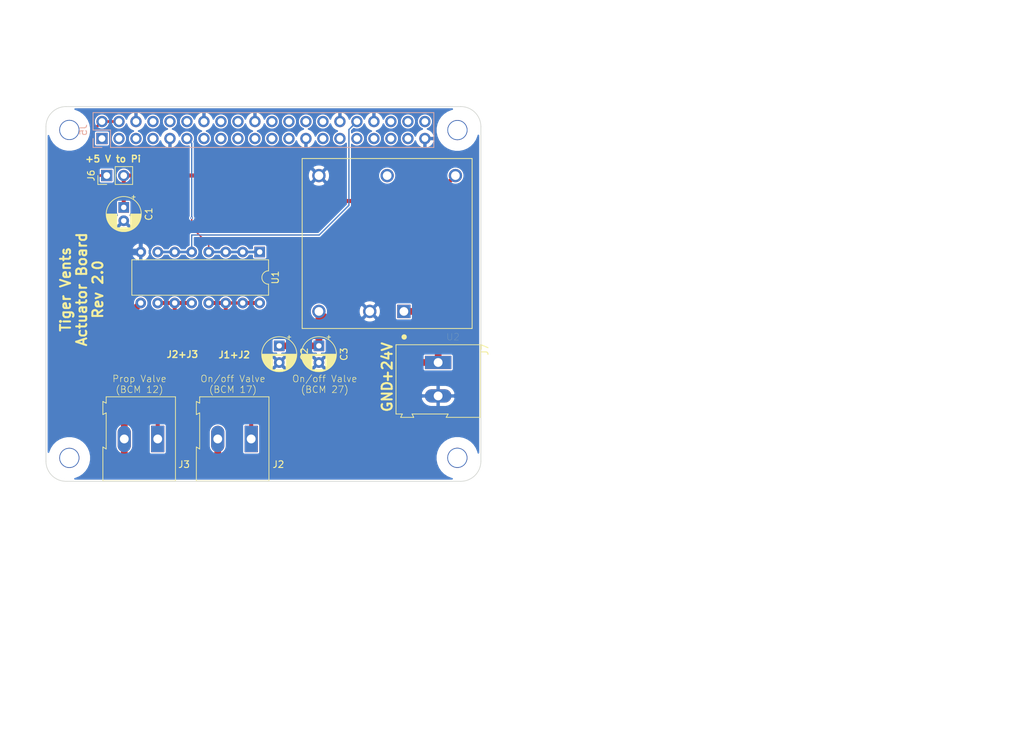
<source format=kicad_pcb>
(kicad_pcb (version 20211014) (generator pcbnew)
  (layers (0 "F.Cu" signal) (1 "In1.Cu" signal) (2 "In2.Cu" signal) (31 "B.Cu" signal) (34 "B.Paste" user) (35 "F.Paste" user) (36 "B.SilkS" user "B.Silkscreen") (37 "F.SilkS" user "F.Silkscreen") (38 "B.Mask" user) (39 "F.Mask" user) (44 "Edge.Cuts" user))
  (net 0 "")
  (net 1 "GND")
  (net 2 "+24V")
  (net 3 "+5V")
  (net 4 "BCM17")
  (net 5 "BCM27")
  (net 6 "BCM12")
  (net 7 "Net-(U2-Pad4)")
  (net 8 "Net-(J5-Pad3)")
  (net 9 "Net-(J5-Pad5)")
  (net 10 "Net-(J5-Pad7)")
  (net 11 "Net-(J5-Pad8)")
  (net 12 "Net-(J5-Pad10)")
  (net 13 "Net-(J5-Pad12)")
  (net 14 "Net-(J5-Pad18)")
  (net 15 "Net-(J5-Pad19)")
  (net 16 "Net-(J5-Pad21)")
  (net 17 "Net-(J5-Pad22)")
  (net 18 "Net-(J5-Pad23)")
  (net 19 "Net-(J5-Pad24)")
  (net 20 "Net-(J5-Pad26)")
  (net 21 "Net-(J5-Pad27)")
  (net 22 "Net-(J5-Pad28)")
  (net 23 "Net-(J5-Pad29)")
  (net 24 "Net-(J5-Pad31)")
  (net 25 "Net-(J5-Pad35)")
  (net 26 "Net-(J5-Pad36)")
  (net 27 "Net-(J5-Pad37)")
  (net 28 "Net-(J5-Pad38)")
  (net 29 "Net-(J5-Pad40)")
  (net 30 "Net-(J5-Pad15)")
  (net 31 "Net-(J5-Pad16)")
  (net 32 "Net-(J5-Pad33)")
  (net 33 "Net-(J5-Pad1)")
  (net 34 "Net-(J5-Pad17)")
  (net 35 "Net-(C1-Pad1)")
  (net 36 "Net-(J2-Pad1)")
  (net 37 "Net-(J3-Pad1)")
  (footprint "project_footprints:NPTH_3mm_ID" (layer "F.Cu") (at 82.04 64.31)
    (fp_text reference "H1" (at 0.06 0.09) (layer "F.SilkS"))
    (fp_text value "3mm_Mounting_Hole" hide)
    (pad "" np_thru_hole circle locked (at 0 0) (size 3 3) (drill 2.75) (layers *.Cu *.Mask) (clearance 1.6))
  )
  (footprint "project_footprints:NPTH_3mm_ID" (layer "F.Cu") (at 140.04 64.33)
    (fp_text reference "H2" (at 0.06 0.09) (layer "F.SilkS"))
    (fp_text value "3mm_Mounting_Hole" hide)
    (pad "" np_thru_hole circle locked (at 0 0) (size 3 3) (drill 2.75) (layers *.Cu *.Mask) (clearance 1.6))
  )
  (footprint "project_footprints:NPTH_3mm_ID" (layer "F.Cu") (at 82.04 113.32)
    (fp_text reference "H3" (at 0.06 0.09) (layer "F.SilkS"))
    (fp_text value "3mm_Mounting_Hole" hide)
    (pad "" np_thru_hole circle locked (at 0 0) (size 3 3) (drill 2.75) (layers *.Cu *.Mask) (clearance 1.6))
  )
  (footprint "project_footprints:NPTH_3mm_ID" (layer "F.Cu") (at 140.03 113.31)
    (fp_text reference "H4" (at 0.06 0.09) (layer "F.SilkS"))
    (fp_text value "3mm_Mounting_Hole" hide)
    (pad "" np_thru_hole circle locked (at 0 0) (size 3 3) (drill 2.75) (layers *.Cu *.Mask) (clearance 1.6))
  )
  (footprint "TerminalBlock:TerminalBlock_Altech_AK300-2_P5.00mm" (layer "F.Cu") (at 109.22 110.49 180)
    (fp_text reference "J2" (at -4.064 -3.81) (layer "F.SilkS"))
    (fp_text value "Screw_Terminal_01x02")
    (pad "1" thru_hole rect locked (at 0 0 180) (size 1.98 3.96) (drill 1.32) (layers *.Cu *.Mask) (net 36 "Net-(J2-Pad1)"))
    (pad "2" thru_hole oval locked (at 5 0 180) (size 1.98 3.96) (drill 1.32) (layers *.Cu *.Mask) (net 2 "+24V"))
  )
  (footprint "project_footprints:CONV_PDQ15-Q24-S5-D" (layer "F.Cu") (at 129.54 81.28 180)
    (fp_text reference "U2" (at -9.844575 -13.962665) (layer "F.SilkS") (effects (font (size 1.001992 1.001992) (thickness 0.015))))
    (fp_text value "PDQ15-Q24-S5-D")
    (pad "1" thru_hole rect locked (at -2.5 -10.15 180) (size 2 2) (drill 1.3) (layers *.Cu *.Mask) (net 2 "+24V"))
    (pad "2" thru_hole circle locked (at 2.6 -10.15 180) (size 2 2) (drill 1.3) (layers *.Cu *.Mask) (net 1 "GND"))
    (pad "3" thru_hole circle locked (at -10.2 10.15 180) (size 2 2) (drill 1.3) (layers *.Cu *.Mask) (net 35 "Net-(C1-Pad1)"))
    (pad "4" thru_hole circle locked (at 0 10.15 180) (size 2 2) (drill 1.3) (layers *.Cu *.Mask) (net 7 "Net-(U2-Pad4)"))
    (pad "5" thru_hole circle locked (at 10.2 10.15 180) (size 2 2) (drill 1.3) (layers *.Cu *.Mask) (net 1 "GND"))
    (pad "6" thru_hole circle locked (at 10.2 -10.15 180) (size 2 2) (drill 1.3) (layers *.Cu *.Mask) (net 2 "+24V"))
  )
  (footprint "TerminalBlock:TerminalBlock_Altech_AK300-2_P5.00mm" (layer "F.Cu") (at 95.25 110.49 180)
    (fp_text reference "J3" (at -3.937 -3.81) (layer "F.SilkS"))
    (fp_text value "Screw_Terminal_01x02")
    (pad "1" thru_hole rect locked (at 0 0 180) (size 1.98 3.96) (drill 1.32) (layers *.Cu *.Mask) (net 37 "Net-(J3-Pad1)"))
    (pad "2" thru_hole oval locked (at 5 0 180) (size 1.98 3.96) (drill 1.32) (layers *.Cu *.Mask) (net 2 "+24V"))
  )
  (footprint "Connector_PinHeader_2.54mm:PinHeader_1x02_P2.54mm_Vertical" (layer "F.Cu") (at 87.63 71.12 90)
    (fp_text reference "J6" (at 0 -2.33 90) (layer "F.SilkS"))
    (fp_text value "Conn_01x02")
    (pad "1" thru_hole rect locked (at 0 0 90) (size 1.7 1.7) (drill 1) (layers *.Cu *.Mask) (net 3 "+5V"))
    (pad "2" thru_hole oval locked (at 0 2.54 90) (size 1.7 1.7) (drill 1) (layers *.Cu *.Mask) (net 35 "Net-(C1-Pad1)"))
  )
  (footprint "TerminalBlock:TerminalBlock_Altech_AK300-2_P5.00mm" (layer "F.Cu") (at 137.16 99.06 -90)
    (fp_text reference "J7" (at -1.92 -6.99 90) (layer "F.SilkS"))
    (fp_text value "Screw_Terminal_01x02")
    (pad "1" thru_hole rect locked (at 0 0 270) (size 1.98 3.96) (drill 1.32) (layers *.Cu *.Mask) (net 2 "+24V"))
    (pad "2" thru_hole oval locked (at 5 0 270) (size 1.98 3.96) (drill 1.32) (layers *.Cu *.Mask) (net 1 "GND"))
  )
  (footprint "Package_DIP:DIP-16_W7.62mm" (layer "F.Cu") (at 110.49 82.55 -90)
    (fp_text reference "U1" (at 3.81 -2.33 90) (layer "F.SilkS"))
    (fp_text value "ULN2003A")
    (pad "1" thru_hole rect locked (at 0 0 270) (size 1.6 1.6) (drill 0.8) (layers *.Cu *.Mask) (net 4 "BCM17"))
    (pad "2" thru_hole oval locked (at 0 2.54 270) (size 1.6 1.6) (drill 0.8) (layers *.Cu *.Mask) (net 4 "BCM17"))
    (pad "3" thru_hole oval locked (at 0 5.08 270) (size 1.6 1.6) (drill 0.8) (layers *.Cu *.Mask) (net 4 "BCM17"))
    (pad "4" thru_hole oval locked (at 0 7.62 270) (size 1.6 1.6) (drill 0.8) (layers *.Cu *.Mask) (net 4 "BCM17"))
    (pad "5" thru_hole oval locked (at 0 10.16 270) (size 1.6 1.6) (drill 0.8) (layers *.Cu *.Mask) (net 6 "BCM12"))
    (pad "6" thru_hole oval locked (at 0 12.7 270) (size 1.6 1.6) (drill 0.8) (layers *.Cu *.Mask) (net 6 "BCM12"))
    (pad "7" thru_hole oval locked (at 0 15.24 270) (size 1.6 1.6) (drill 0.8) (layers *.Cu *.Mask) (net 6 "BCM12"))
    (pad "8" thru_hole oval locked (at 0 17.78 270) (size 1.6 1.6) (drill 0.8) (layers *.Cu *.Mask) (net 1 "GND"))
    (pad "9" thru_hole oval locked (at 7.62 17.78 270) (size 1.6 1.6) (drill 0.8) (layers *.Cu *.Mask) (net 2 "+24V"))
    (pad "10" thru_hole oval locked (at 7.62 15.24 270) (size 1.6 1.6) (drill 0.8) (layers *.Cu *.Mask) (net 37 "Net-(J3-Pad1)"))
    (pad "11" thru_hole oval locked (at 7.62 12.7 270) (size 1.6 1.6) (drill 0.8) (layers *.Cu *.Mask) (net 37 "Net-(J3-Pad1)"))
    (pad "12" thru_hole oval locked (at 7.62 10.16 270) (size 1.6 1.6) (drill 0.8) (layers *.Cu *.Mask) (net 37 "Net-(J3-Pad1)"))
    (pad "13" thru_hole oval locked (at 7.62 7.62 270) (size 1.6 1.6) (drill 0.8) (layers *.Cu *.Mask) (net 36 "Net-(J2-Pad1)"))
    (pad "14" thru_hole oval locked (at 7.62 5.08 270) (size 1.6 1.6) (drill 0.8) (layers *.Cu *.Mask) (net 36 "Net-(J2-Pad1)"))
    (pad "15" thru_hole oval locked (at 7.62 2.54 270) (size 1.6 1.6) (drill 0.8) (layers *.Cu *.Mask) (net 36 "Net-(J2-Pad1)"))
    (pad "16" thru_hole oval locked (at 7.62 0 270) (size 1.6 1.6) (drill 0.8) (layers *.Cu *.Mask) (net 36 "Net-(J2-Pad1)"))
  )
  (footprint "Capacitor_THT:CP_Radial_D5.0mm_P2.00mm" (layer "F.Cu") (at 90.17 75.8825 -90)
    (fp_text reference "C1" (at 1 -3.75 90) (layer "F.SilkS"))
    (fp_text value "CP1")
    (pad "1" thru_hole rect locked (at 0 0 270) (size 1.6 1.6) (drill 0.8) (layers *.Cu *.Mask) (net 35 "Net-(C1-Pad1)"))
    (pad "2" thru_hole circle locked (at 2 0 270) (size 1.6 1.6) (drill 0.8) (layers *.Cu *.Mask) (net 1 "GND"))
  )
  (footprint "Capacitor_THT:CP_Radial_D5.0mm_P2.50mm" (layer "F.Cu") (at 113.411 96.573276 -90)
    (fp_text reference "C2" (at 1.25 -3.75 90) (layer "F.SilkS"))
    (fp_text value "CP1")
    (pad "1" thru_hole rect locked (at 0 0 270) (size 1.6 1.6) (drill 0.8) (layers *.Cu *.Mask) (net 2 "+24V"))
    (pad "2" thru_hole circle locked (at 2.5 0 270) (size 1.6 1.6) (drill 0.8) (layers *.Cu *.Mask) (net 1 "GND"))
  )
  (footprint "Capacitor_THT:CP_Radial_D5.0mm_P2.50mm" (layer "F.Cu") (at 119.335499 96.573276 -90)
    (fp_text reference "C3" (at 1.25 -3.75 90) (layer "F.SilkS"))
    (fp_text value "CP1")
    (pad "1" thru_hole rect locked (at 0 0 270) (size 1.6 1.6) (drill 0.8) (layers *.Cu *.Mask) (net 2 "+24V"))
    (pad "2" thru_hole circle locked (at 2.5 0 270) (size 1.6 1.6) (drill 0.8) (layers *.Cu *.Mask) (net 1 "GND"))
  )
  (footprint "Connector_PinSocket_2.54mm:PinSocket_2x20_P2.54mm_Vertical" (layer "B.Cu") (at 86.92 65.59 -90)
    (fp_text reference "J5" (at -1.27 2.77 -90) (layer "B.SilkS") (effects (justify mirror)))
    (fp_text value "40HAT")
    (pad "1" thru_hole rect locked (at 0 0 270) (size 1.7 1.7) (drill 1) (layers *.Cu *.Mask) (net 33 "Net-(J5-Pad1)"))
    (pad "2" thru_hole oval locked (at -2.54 0 270) (size 1.7 1.7) (drill 1) (layers *.Cu *.Mask) (net 3 "+5V"))
    (pad "3" thru_hole oval locked (at 0 -2.54 270) (size 1.7 1.7) (drill 1) (layers *.Cu *.Mask) (net 8 "Net-(J5-Pad3)"))
    (pad "4" thru_hole oval locked (at -2.54 -2.54 270) (size 1.7 1.7) (drill 1) (layers *.Cu *.Mask) (net 3 "+5V"))
    (pad "5" thru_hole oval locked (at 0 -5.08 270) (size 1.7 1.7) (drill 1) (layers *.Cu *.Mask) (net 9 "Net-(J5-Pad5)"))
    (pad "6" thru_hole oval locked (at -2.54 -5.08 270) (size 1.7 1.7) (drill 1) (layers *.Cu *.Mask) (net 1 "GND"))
    (pad "7" thru_hole oval locked (at 0 -7.62 270) (size 1.7 1.7) (drill 1) (layers *.Cu *.Mask) (net 10 "Net-(J5-Pad7)"))
    (pad "8" thru_hole oval locked (at -2.54 -7.62 270) (size 1.7 1.7) (drill 1) (layers *.Cu *.Mask) (net 11 "Net-(J5-Pad8)"))
    (pad "9" thru_hole oval locked (at 0 -10.16 270) (size 1.7 1.7) (drill 1) (layers *.Cu *.Mask) (net 1 "GND"))
    (pad "10" thru_hole oval locked (at -2.54 -10.16 270) (size 1.7 1.7) (drill 1) (layers *.Cu *.Mask) (net 12 "Net-(J5-Pad10)"))
    (pad "11" thru_hole oval locked (at 0 -12.7 270) (size 1.7 1.7) (drill 1) (layers *.Cu *.Mask) (net 4 "BCM17"))
    (pad "12" thru_hole oval locked (at -2.54 -12.7 270) (size 1.7 1.7) (drill 1) (layers *.Cu *.Mask) (net 13 "Net-(J5-Pad12)"))
    (pad "13" thru_hole oval locked (at 0 -15.24 270) (size 1.7 1.7) (drill 1) (layers *.Cu *.Mask) (net 5 "BCM27"))
    (pad "14" thru_hole oval locked (at -2.54 -15.24 270) (size 1.7 1.7) (drill 1) (layers *.Cu *.Mask) (net 1 "GND"))
    (pad "15" thru_hole oval locked (at 0 -17.78 270) (size 1.7 1.7) (drill 1) (layers *.Cu *.Mask) (net 30 "Net-(J5-Pad15)"))
    (pad "16" thru_hole oval locked (at -2.54 -17.78 270) (size 1.7 1.7) (drill 1) (layers *.Cu *.Mask) (net 31 "Net-(J5-Pad16)"))
    (pad "17" thru_hole oval locked (at 0 -20.32 270) (size 1.7 1.7) (drill 1) (layers *.Cu *.Mask) (net 34 "Net-(J5-Pad17)"))
    (pad "18" thru_hole oval locked (at -2.54 -20.32 270) (size 1.7 1.7) (drill 1) (layers *.Cu *.Mask) (net 14 "Net-(J5-Pad18)"))
    (pad "19" thru_hole oval locked (at 0 -22.86 270) (size 1.7 1.7) (drill 1) (layers *.Cu *.Mask) (net 15 "Net-(J5-Pad19)"))
    (pad "20" thru_hole oval locked (at -2.54 -22.86 270) (size 1.7 1.7) (drill 1) (layers *.Cu *.Mask) (net 1 "GND"))
    (pad "21" thru_hole oval locked (at 0 -25.4 270) (size 1.7 1.7) (drill 1) (layers *.Cu *.Mask) (net 16 "Net-(J5-Pad21)"))
    (pad "22" thru_hole oval locked (at -2.54 -25.4 270) (size 1.7 1.7) (drill 1) (layers *.Cu *.Mask) (net 17 "Net-(J5-Pad22)"))
    (pad "23" thru_hole oval locked (at 0 -27.94 270) (size 1.7 1.7) (drill 1) (layers *.Cu *.Mask) (net 18 "Net-(J5-Pad23)"))
    (pad "24" thru_hole oval locked (at -2.54 -27.94 270) (size 1.7 1.7) (drill 1) (layers *.Cu *.Mask) (net 19 "Net-(J5-Pad24)"))
    (pad "25" thru_hole oval locked (at 0 -30.48 270) (size 1.7 1.7) (drill 1) (layers *.Cu *.Mask) (net 1 "GND"))
    (pad "26" thru_hole oval locked (at -2.54 -30.48 270) (size 1.7 1.7) (drill 1) (layers *.Cu *.Mask) (net 20 "Net-(J5-Pad26)"))
    (pad "27" thru_hole oval locked (at 0 -33.02 270) (size 1.7 1.7) (drill 1) (layers *.Cu *.Mask) (net 21 "Net-(J5-Pad27)"))
    (pad "28" thru_hole oval locked (at -2.54 -33.02 270) (size 1.7 1.7) (drill 1) (layers *.Cu *.Mask) (net 22 "Net-(J5-Pad28)"))
    (pad "29" thru_hole oval locked (at 0 -35.56 270) (size 1.7 1.7) (drill 1) (layers *.Cu *.Mask) (net 23 "Net-(J5-Pad29)"))
    (pad "30" thru_hole oval locked (at -2.54 -35.56 270) (size 1.7 1.7) (drill 1) (layers *.Cu *.Mask) (net 1 "GND"))
    (pad "31" thru_hole oval locked (at 0 -38.1 270) (size 1.7 1.7) (drill 1) (layers *.Cu *.Mask) (net 24 "Net-(J5-Pad31)"))
    (pad "32" thru_hole oval locked (at -2.54 -38.1 270) (size 1.7 1.7) (drill 1) (layers *.Cu *.Mask) (net 6 "BCM12"))
    (pad "33" thru_hole oval locked (at 0 -40.64 270) (size 1.7 1.7) (drill 1) (layers *.Cu *.Mask) (net 32 "Net-(J5-Pad33)"))
    (pad "34" thru_hole oval locked (at -2.54 -40.64 270) (size 1.7 1.7) (drill 1) (layers *.Cu *.Mask) (net 1 "GND"))
    (pad "35" thru_hole oval locked (at 0 -43.18 270) (size 1.7 1.7) (drill 1) (layers *.Cu *.Mask) (net 25 "Net-(J5-Pad35)"))
    (pad "36" thru_hole oval locked (at -2.54 -43.18 270) (size 1.7 1.7) (drill 1) (layers *.Cu *.Mask) (net 26 "Net-(J5-Pad36)"))
    (pad "37" thru_hole oval locked (at 0 -45.72 270) (size 1.7 1.7) (drill 1) (layers *.Cu *.Mask) (net 27 "Net-(J5-Pad37)"))
    (pad "38" thru_hole oval locked (at -2.54 -45.72 270) (size 1.7 1.7) (drill 1) (layers *.Cu *.Mask) (net 28 "Net-(J5-Pad38)"))
    (pad "39" thru_hole oval locked (at 0 -48.26 270) (size 1.7 1.7) (drill 1) (layers *.Cu *.Mask) (net 1 "GND"))
    (pad "40" thru_hole oval locked (at -2.54 -48.26 270) (size 1.7 1.7) (drill 1) (layers *.Cu *.Mask) (net 29 "Net-(J5-Pad40)"))
  )
  (gr_arc (start 140.546356 60.817611) (mid 142.667676 61.696291) (end 143.546356 63.817611) (layer "Edge.Cuts") (width 0.1))
  (gr_arc (start 78.546356 63.817611) (mid 79.425036 61.696291) (end 81.546356 60.817611) (layer "Edge.Cuts") (width 0.1))
  (gr_line (start 78.546356 63.817611) (end 78.546356 113.817611) (layer "Edge.Cuts") (width 0.1))
  (gr_arc (start 81.546356 116.817611) (mid 79.425036 115.938931) (end 78.546356 113.817611) (layer "Edge.Cuts") (width 0.1))
  (gr_line (start 81.546356 116.817611) (end 140.546356 116.817611) (layer "Edge.Cuts") (width 0.1))
  (gr_line (start 140.546356 60.817611) (end 81.546356 60.817611) (layer "Edge.Cuts") (width 0.1))
  (gr_arc (start 143.546351 113.822847) (mid 142.665824 115.940781) (end 140.546356 116.817611) (layer "Edge.Cuts") (width 0.1))
  (gr_line (start 143.546356 113.817611) (end 143.546356 63.817611) (layer "Edge.Cuts") (width 0.1))
  (gr_text "+24V" (at 129.54 99.06 90) (layer "F.SilkS") (effects (font (size 1.5 1.5) (thickness 0.3))))
  (gr_text "On/off Valve\n(BCM 17)" (at 106.4895 102.2985) (layer "F.SilkS") (effects (font (size 1 1) (thickness 0.09))))
  (gr_text "On/off Valve\n(BCM 27)" (at 120.2055 102.2985) (layer "F.SilkS") (effects (font (size 1 1) (thickness 0.09))))
  (gr_text "J2+J3" (at 98.933 97.8535) (layer "F.SilkS") (effects (font (size 1 1) (thickness 0.2))))
  (gr_text "J1+J2" (at 106.68 97.917) (layer "F.SilkS") (effects (font (size 1 1) (thickness 0.2))))
  (gr_text "GND" (at 129.54 104.14 90) (layer "F.SilkS") (effects (font (size 1.5 1.5) (thickness 0.3))))
  (gr_text "+5 V to Pi" (at 88.5825 68.6435) (layer "F.SilkS") (effects (font (size 1 1) (thickness 0.2))))
  (gr_text "Prop Valve\n(BCM 12)" (at 92.5195 102.2985) (layer "F.SilkS") (effects (font (size 1 1) (thickness 0.09))))
  (gr_text "Tiger Vents\nActuator Board\nRev 2.0" (at 83.8835 88.138 90) (layer "F.SilkS") (effects (font (size 1.5 1.5) (thickness 0.3))))
  (segment (start 92.71 80.7085) (end 92.71 82.55) (width 0.6) (layer "B.Cu") (net 1))
  (segment (start 90.6145 82.55) (end 90.424 82.55) (width 0.6) (layer "B.Cu") (net 1))
  (segment (start 92.71 82.55) (end 90.424 82.55) (width 1) (layer "B.Cu") (net 1))
  (segment (start 91.57863 82.55) (end 92.71 82.55) (width 0.5) (layer "B.Cu") (net 1))
  (segment (start 112.39 114.3) (end 91.48 114.3) (width 1) (layer "F.Cu") (net 2))
  (segment (start 91.08 114.3) (end 91.48 114.3) (width 1) (layer "F.Cu") (net 2))
  (segment (start 119.335499 96.573276) (end 119.335499 91.434501) (width 1) (layer "F.Cu") (net 2))
  (segment (start 112.79 114.3) (end 105.45 114.3) (width 0.6) (layer "F.Cu") (net 2))
  (segment (start 113.411 96.573276) (end 119.335499 96.573276) (width 1) (layer "F.Cu") (net 2))
  (segment (start 137.16 99.06) (end 126.64 99.06) (width 1) (layer "F.Cu") (net 2))
  (segment (start 104.14 114.3) (end 104.22 114.22) (width 1) (layer "F.Cu") (net 2))
  (segment (start 126.64 99.06) (end 126.64 98.73) (width 1) (layer "F.Cu") (net 2))
  (segment (start 126.64 99.06) (end 126.64 100.05) (width 1) (layer "F.Cu") (net 2))
  (segment (start 104.14 114.3) (end 105.45 114.3) (width 0.6) (layer "F.Cu") (net 2))
  (segment (start 137.16 99.06) (end 137.16 94.55) (width 1) (layer "F.Cu") (net 2))
  (segment (start 104.22 114.22) (end 104.22 110.49) (width 1) (layer "F.Cu") (net 2))
  (segment (start 90.25 110.49) (end 90.25 92.63) (width 1) (layer "F.Cu") (net 2))
  (segment (start 116.6 110.49) (end 112.79 114.3) (width 0.6) (layer "F.Cu") (net 2))
  (segment (start 137.16 94.55) (end 134.04 91.43) (width 1) (layer "F.Cu") (net 2))
  (segment (start 90.25 92.63) (end 92.71 90.17) (width 1) (layer "F.Cu") (net 2))
  (segment (start 134.04 91.43) (end 132.04 91.43) (width 1) (layer "F.Cu") (net 2))
  (segment (start 98.82 114.3) (end 91.48 114.3) (width 0.6) (layer "F.Cu") (net 2))
  (segment (start 126.64 98.73) (end 119.34 91.43) (width 1) (layer "F.Cu") (net 2))
  (segment (start 126.64 100.05) (end 112.39 114.3) (width 1) (layer "F.Cu") (net 2))
  (segment (start 90.25 110.49) (end 90.25 113.47) (width 1) (layer "F.Cu") (net 2))
  (segment (start 98.82 114.3) (end 104.14 114.3) (width 0.6) (layer "F.Cu") (net 2))
  (segment (start 90.25 113.47) (end 91.08 114.3) (width 1) (layer "F.Cu") (net 2))
  (segment (start 119.335499 91.434501) (end 119.34 91.43) (width 1) (layer "F.Cu") (net 2))
  (segment (start 86.92 63.05) (end 89.46 63.05) (width 0.4) (layer "F.Cu") (net 3))
  (segment (start 85.340001 64.629999) (end 86.070001 63.899999) (width 0.4) (layer "F.Cu") (net 3))
  (segment (start 86.070001 63.899999) (end 86.92 63.05) (width 0.4) (layer "F.Cu") (net 3))
  (segment (start 85.340001 70.080001) (end 85.340001 64.629999) (width 0.4) (layer "F.Cu") (net 3))
  (segment (start 87.63 71.12) (end 86.38 71.12) (width 0.4) (layer "F.Cu") (net 3))
  (segment (start 86.38 71.12) (end 85.340001 70.080001) (width 0.4) (layer "F.Cu") (net 3))
  (segment (start 100.33 77.47) (end 100.33 77.47) (width 0.2) (layer "F.Cu") (net 4))
  (segment (start 102.87 82.55) (end 102.87 81.41863) (width 0.2) (layer "F.Cu") (net 4))
  (segment (start 102.87 81.41863) (end 100.33 78.87863) (width 0.2) (layer "F.Cu") (net 4))
  (segment (start 100.33 78.87863) (end 100.33 77.47) (width 0.2) (layer "F.Cu") (net 4))
  (via (at 100.33 77.47) (size 0.4) (drill 0.2) (layers "F.Cu" "B.Cu") (net 4))
  (segment (start 107.95 82.55) (end 105.41 82.55) (width 0.4) (layer "B.Cu") (net 4))
  (segment (start 107.95 82.55) (end 110.49 82.55) (width 0.4) (layer "B.Cu") (net 4))
  (segment (start 102.87 82.55) (end 105.41 82.55) (width 0.4) (layer "B.Cu") (net 4))
  (segment (start 100.33 77.47) (end 100.33 66.3) (width 0.2) (layer "B.Cu") (net 4))
  (segment (start 100.33 66.3) (end 99.62 65.59) (width 0.2) (layer "B.Cu") (net 4))
  (segment (start 100.33 82.55) (end 95.25 82.55) (width 0.4) (layer "B.Cu") (net 6))
  (segment (start 125.02 63.05) (end 123.825 64.245) (width 0.2) (layer "B.Cu") (net 6))
  (segment (start 119.38 80.01) (end 123.6345 75.7555) (width 0.2) (layer "B.Cu") (net 6))
  (segment (start 100.33 80.01) (end 119.38 80.01) (width 0.2) (layer "B.Cu") (net 6))
  (segment (start 100.33 80.01) (end 100.33 82.55) (width 0.2) (layer "B.Cu") (net 6))
  (segment (start 123.825 64.245) (end 123.825 75.565) (width 0.2) (layer "B.Cu") (net 6))
  (segment (start 123.6345 75.7555) (end 123.630001 75.759999) (width 0.2) (layer "B.Cu") (net 6))
  (segment (start 124.170001 63.899999) (end 125.02 63.05) (width 0.2) (layer "B.Cu") (net 6))
  (segment (start 123.825 75.565) (end 123.6345 75.7555) (width 0.2) (layer "B.Cu") (net 6))
  (segment (start 112.522 71.12) (end 112.776 71.12) (width 0.4) (layer "F.Cu") (net 35))
  (segment (start 139.74 71.13) (end 135.94 74.93) (width 0.6) (layer "F.Cu") (net 35))
  (segment (start 116.586 74.93) (end 112.776 71.12) (width 0.6) (layer "F.Cu") (net 35))
  (segment (start 90.17 71.12) (end 90.17 75.8825) (width 0.6) (layer "F.Cu") (net 35))
  (segment (start 112.522 71.12) (end 90.17 71.12) (width 0.6) (layer "F.Cu") (net 35))
  (segment (start 135.94 74.93) (end 116.586 74.93) (width 0.6) (layer "F.Cu") (net 35))
  (segment (start 107.95 90.17) (end 105.41 90.17) (width 0.5) (layer "F.Cu") (net 36))
  (segment (start 105.41 101.6) (end 109.22 105.41) (width 0.6) (layer "F.Cu") (net 36))
  (segment (start 109.22 105.41) (end 109.22 110.49) (width 0.6) (layer "F.Cu") (net 36))
  (segment (start 110.49 90.17) (end 107.95 90.17) (width 0.6) (layer "F.Cu") (net 36))
  (segment (start 102.87 90.17) (end 105.41 90.17) (width 0.6) (layer "F.Cu") (net 36))
  (segment (start 105.41 90.17) (end 105.41 95.25) (width 0.6) (layer "F.Cu") (net 36))
  (segment (start 105.41 95.25) (end 105.41 101.6) (width 0.6) (layer "F.Cu") (net 36))
  (segment (start 95.25 110.49) (end 95.25 97.79) (width 0.6) (layer "F.Cu") (net 37))
  (segment (start 97.79 95.25) (end 97.79 90.17) (width 0.6) (layer "F.Cu") (net 37))
  (segment (start 95.25 90.17) (end 100.33 90.17) (width 0.6) (layer "F.Cu") (net 37))
  (segment (start 95.25 97.79) (end 97.79 95.25) (width 0.6) (layer "F.Cu") (net 37))
  (zone (net 1) (net_name "GND") (layer "B.Cu") (connect_pads (clearance 0.2)) (min_thickness 0.254) (fill yes (thermal_gap 0.508) (thermal_bridge_width 0.508))
    (polygon (pts (xy 143.51 116.9035) (xy 78.5495 116.9035) (xy 78.5495 60.6425) (xy 143.51 60.6425)))
  )
)
</source>
